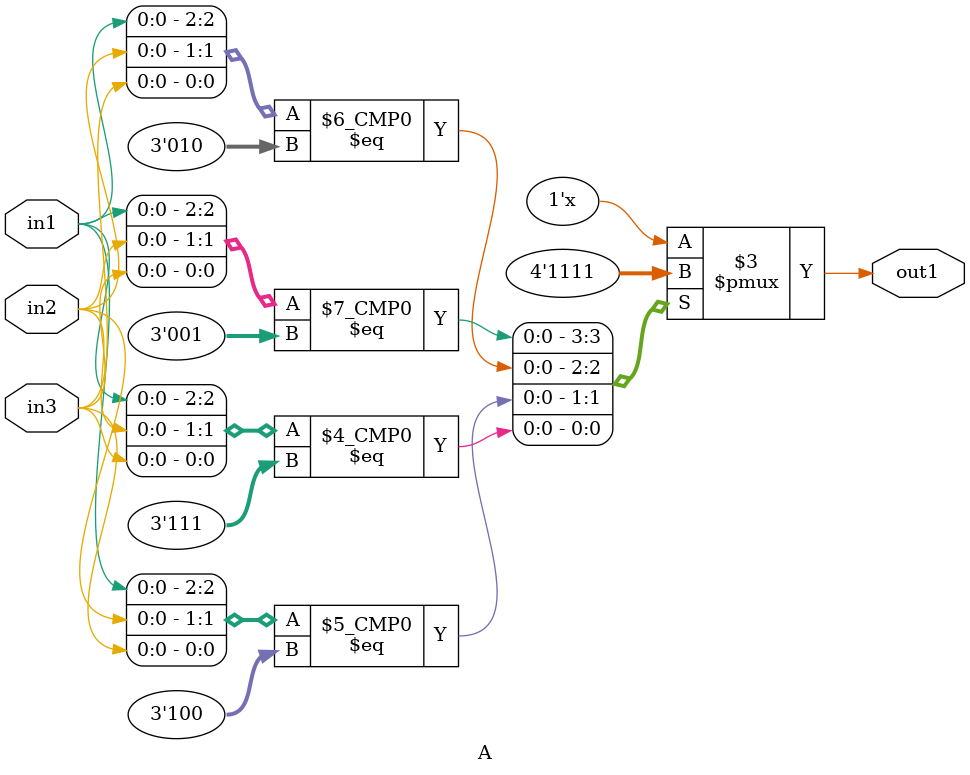
<source format=v>
module A(output out1,  input in1, in2, in3);
  always@(in1,in2,in3)
    begin
      case({in1,in2,in3})
        3'b001: {out1} = 1'b1;
        3'b010: {out1} = 1'b1;
        3'b100: {out1} = 1'b1;
        3'b111: {out1} = 1'b1;
      endcase
    end
endmodule
</source>
